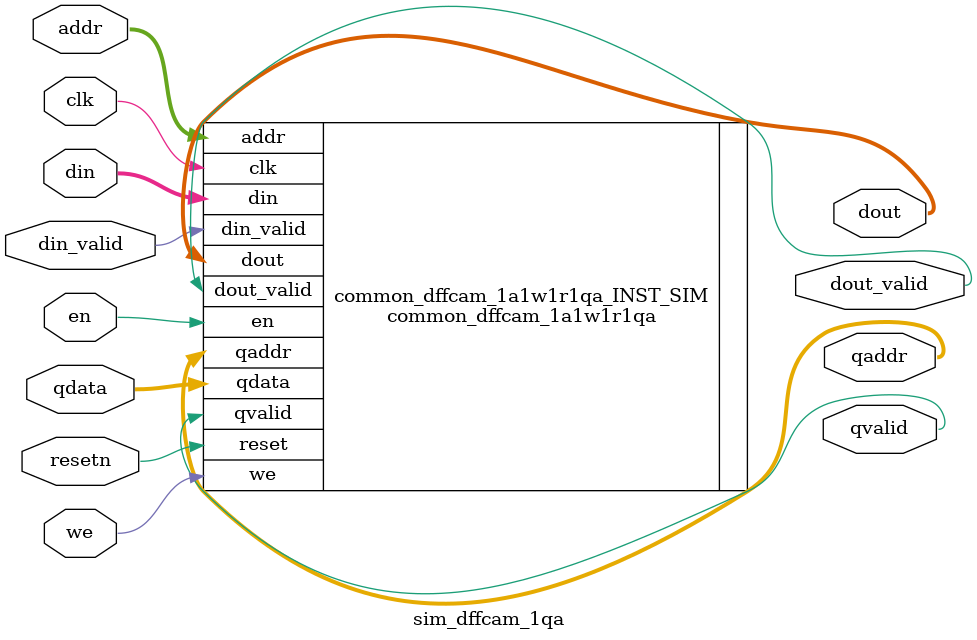
<source format=v>


module sim_dffcam_1qa (
    input   wire            clk,
    input   wire            resetn,

    input   wire [4:0]      addr,
    input   wire            en,
    input   wire            we,

    input   wire [31:0]     din,
    input   wire            din_valid,

    output  wire [31:0]     dout,
    output  wire            dout_valid,

    input   wire [31:0]     qdata,
    output  wire [4:0]      qaddr,
    output  wire            qvalid
);

    common_dffcam_1a1w1r1qa #(
        .CAM_WIDTH              (32),
        .CAM_DEPTH              (32),

        .CAM_ADDRESS_ONEHOT     (0),
        .QUERY_ADDRESS_ONEHOT   (0)
    ) common_dffcam_1a1w1r1qa_INST_SIM (
        .clk        (clk),
        .reset      (resetn),

        .addr       (addr),
        .en         (en),
        .we         (we),
        .din        (din),
        .din_valid  (din_valid),

        .dout       (dout),
        .dout_valid (dout_valid),

        .qdata      (qdata),
        .qaddr      (qaddr),
        .qvalid     (qvalid)
    );

endmodule

</source>
